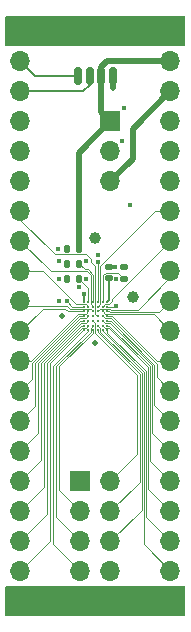
<source format=gbr>
%TF.GenerationSoftware,KiCad,Pcbnew,8.0.0*%
%TF.CreationDate,2024-03-15T22:25:50+11:00*%
%TF.ProjectId,PCAL6534EV-breakout,5043414c-3635-4333-9445-562d62726561,rev?*%
%TF.SameCoordinates,Original*%
%TF.FileFunction,Copper,L1,Top*%
%TF.FilePolarity,Positive*%
%FSLAX46Y46*%
G04 Gerber Fmt 4.6, Leading zero omitted, Abs format (unit mm)*
G04 Created by KiCad (PCBNEW 8.0.0) date 2024-03-15 22:25:50*
%MOMM*%
%LPD*%
G01*
G04 APERTURE LIST*
G04 Aperture macros list*
%AMRoundRect*
0 Rectangle with rounded corners*
0 $1 Rounding radius*
0 $2 $3 $4 $5 $6 $7 $8 $9 X,Y pos of 4 corners*
0 Add a 4 corners polygon primitive as box body*
4,1,4,$2,$3,$4,$5,$6,$7,$8,$9,$2,$3,0*
0 Add four circle primitives for the rounded corners*
1,1,$1+$1,$2,$3*
1,1,$1+$1,$4,$5*
1,1,$1+$1,$6,$7*
1,1,$1+$1,$8,$9*
0 Add four rect primitives between the rounded corners*
20,1,$1+$1,$2,$3,$4,$5,0*
20,1,$1+$1,$4,$5,$6,$7,0*
20,1,$1+$1,$6,$7,$8,$9,0*
20,1,$1+$1,$8,$9,$2,$3,0*%
G04 Aperture macros list end*
%TA.AperFunction,SMDPad,CuDef*%
%ADD10C,1.000000*%
%TD*%
%TA.AperFunction,SMDPad,CuDef*%
%ADD11C,0.500000*%
%TD*%
%TA.AperFunction,ComponentPad*%
%ADD12R,1.700000X1.700000*%
%TD*%
%TA.AperFunction,ComponentPad*%
%ADD13O,1.700000X1.700000*%
%TD*%
%TA.AperFunction,BGAPad,CuDef*%
%ADD14O,0.240000X0.180000*%
%TD*%
%TA.AperFunction,BGAPad,CuDef*%
%ADD15O,0.180000X0.240000*%
%TD*%
%TA.AperFunction,BGAPad,CuDef*%
%ADD16C,0.240000*%
%TD*%
%TA.AperFunction,SMDPad,CuDef*%
%ADD17RoundRect,0.135000X-0.135000X-0.185000X0.135000X-0.185000X0.135000X0.185000X-0.135000X0.185000X0*%
%TD*%
%TA.AperFunction,SMDPad,CuDef*%
%ADD18RoundRect,0.135000X0.185000X-0.135000X0.185000X0.135000X-0.185000X0.135000X-0.185000X-0.135000X0*%
%TD*%
%TA.AperFunction,SMDPad,CuDef*%
%ADD19RoundRect,0.140000X0.170000X-0.140000X0.170000X0.140000X-0.170000X0.140000X-0.170000X-0.140000X0*%
%TD*%
%TA.AperFunction,SMDPad,CuDef*%
%ADD20RoundRect,0.150000X0.150000X0.625000X-0.150000X0.625000X-0.150000X-0.625000X0.150000X-0.625000X0*%
%TD*%
%TA.AperFunction,SMDPad,CuDef*%
%ADD21RoundRect,0.250000X0.350000X0.650000X-0.350000X0.650000X-0.350000X-0.650000X0.350000X-0.650000X0*%
%TD*%
%TA.AperFunction,ViaPad*%
%ADD22C,0.450000*%
%TD*%
%TA.AperFunction,ViaPad*%
%ADD23C,0.800000*%
%TD*%
%TA.AperFunction,Conductor*%
%ADD24C,0.090000*%
%TD*%
%TA.AperFunction,Conductor*%
%ADD25C,0.150000*%
%TD*%
%TA.AperFunction,Conductor*%
%ADD26C,0.500000*%
%TD*%
%TA.AperFunction,Conductor*%
%ADD27C,0.300000*%
%TD*%
%TA.AperFunction,Conductor*%
%ADD28C,0.125000*%
%TD*%
G04 APERTURE END LIST*
D10*
%TO.P,FID4,*%
%TO.N,*%
X158175000Y-108829000D03*
%TD*%
%TO.P,FID3,*%
%TO.N,*%
X155000000Y-103876000D03*
%TD*%
D11*
%TO.P,FID1,*%
%TO.N,*%
X152206000Y-110480000D03*
%TD*%
%TO.P,FID2,*%
%TO.N,*%
X155000000Y-112766000D03*
%TD*%
D12*
%TO.P,J4,1,Pin_1*%
%TO.N,GND*%
X153725000Y-124450000D03*
D13*
%TO.P,J4,2,Pin_2*%
%TO.N,P2_0*%
X156265000Y-124450000D03*
%TO.P,J4,3,Pin_3*%
%TO.N,P1_6*%
X153725000Y-126990000D03*
%TO.P,J4,4,Pin_4*%
%TO.N,P2_2*%
X156265000Y-126990000D03*
%TO.P,J4,5,Pin_5*%
%TO.N,P1_7*%
X153725000Y-129530000D03*
%TO.P,J4,6,Pin_6*%
%TO.N,P2_1*%
X156265000Y-129530000D03*
%TO.P,J4,7,Pin_7*%
%TO.N,P1_4*%
X153725000Y-132070000D03*
%TO.P,J4,8,Pin_8*%
%TO.N,GND*%
X156265000Y-132070000D03*
%TD*%
D12*
%TO.P,J3,1,Pin_1*%
%TO.N,GND*%
X161350000Y-86350000D03*
D13*
%TO.P,J3,2,Pin_2*%
%TO.N,+3V3*%
X161350000Y-88890000D03*
%TO.P,J3,3,Pin_3*%
%TO.N,VIO*%
X161350000Y-91430000D03*
%TO.P,J3,4,Pin_4*%
%TO.N,GND*%
X161350000Y-93970000D03*
%TO.P,J3,5,Pin_5*%
%TO.N,/~{RESET}*%
X161350000Y-96510000D03*
%TO.P,J3,6,Pin_6*%
%TO.N,GND*%
X161350000Y-99050000D03*
%TO.P,J3,7,Pin_7*%
%TO.N,P4_1*%
X161350000Y-101590000D03*
%TO.P,J3,8,Pin_8*%
%TO.N,P4_0*%
X161350000Y-104130000D03*
%TO.P,J3,9,Pin_9*%
%TO.N,P3_7*%
X161350000Y-106670000D03*
%TO.P,J3,10,Pin_10*%
%TO.N,P3_6*%
X161350000Y-109210000D03*
%TO.P,J3,11,Pin_11*%
%TO.N,P3_5*%
X161350000Y-111750000D03*
%TO.P,J3,12,Pin_12*%
%TO.N,P3_3*%
X161350000Y-114290000D03*
%TO.P,J3,13,Pin_13*%
%TO.N,P3_2*%
X161350000Y-116830000D03*
%TO.P,J3,14,Pin_14*%
%TO.N,P3_0*%
X161350000Y-119370000D03*
%TO.P,J3,15,Pin_15*%
%TO.N,P2_7*%
X161350000Y-121910000D03*
%TO.P,J3,16,Pin_16*%
%TO.N,P2_5*%
X161350000Y-124450000D03*
%TO.P,J3,17,Pin_17*%
%TO.N,P2_6*%
X161350000Y-126990000D03*
%TO.P,J3,18,Pin_18*%
%TO.N,P2_4*%
X161350000Y-129530000D03*
%TO.P,J3,19,Pin_19*%
%TO.N,P2_3*%
X161350000Y-132070000D03*
%TO.P,J3,20,Pin_20*%
%TO.N,GND*%
X161350000Y-134610000D03*
%TD*%
D12*
%TO.P,J2,1,Pin_1*%
%TO.N,GND*%
X148650000Y-86350000D03*
D13*
%TO.P,J2,2,Pin_2*%
%TO.N,/SCL*%
X148650000Y-88890000D03*
%TO.P,J2,3,Pin_3*%
%TO.N,/SDA*%
X148650000Y-91430000D03*
%TO.P,J2,4,Pin_4*%
%TO.N,GND*%
X148650000Y-93970000D03*
%TO.P,J2,5,Pin_5*%
%TO.N,/~{INT}*%
X148650000Y-96510000D03*
%TO.P,J2,6,Pin_6*%
%TO.N,GND*%
X148650000Y-99050000D03*
%TO.P,J2,7,Pin_7*%
%TO.N,P3_4*%
X148650000Y-101590000D03*
%TO.P,J2,8,Pin_8*%
%TO.N,P0_2*%
X148650000Y-104130000D03*
%TO.P,J2,9,Pin_9*%
%TO.N,P0_1*%
X148650000Y-106670000D03*
%TO.P,J2,10,Pin_10*%
%TO.N,P0_5*%
X148650000Y-109210000D03*
%TO.P,J2,11,Pin_11*%
%TO.N,P0_0*%
X148650000Y-111750000D03*
%TO.P,J2,12,Pin_12*%
%TO.N,P0_4*%
X148650000Y-114290000D03*
%TO.P,J2,13,Pin_13*%
%TO.N,P0_3*%
X148650000Y-116830000D03*
%TO.P,J2,14,Pin_14*%
%TO.N,P0_7*%
X148650000Y-119370000D03*
%TO.P,J2,15,Pin_15*%
%TO.N,P0_6*%
X148650000Y-121910000D03*
%TO.P,J2,16,Pin_16*%
%TO.N,P1_2*%
X148650000Y-124450000D03*
%TO.P,J2,17,Pin_17*%
%TO.N,P1_1*%
X148650000Y-126990000D03*
%TO.P,J2,18,Pin_18*%
%TO.N,P1_5*%
X148650000Y-129530000D03*
%TO.P,J2,19,Pin_19*%
%TO.N,P1_3*%
X148650000Y-132070000D03*
%TO.P,J2,20,Pin_20*%
%TO.N,GND*%
X148650000Y-134610000D03*
%TD*%
D14*
%TO.P,U1,A1,V_{DD(I2C-bus)}*%
%TO.N,+3V3*%
X154000000Y-109280000D03*
D15*
%TO.P,U1,A2,SDA*%
%TO.N,/SDA*%
X154400000Y-109280000D03*
%TO.P,U1,A3,SCL*%
%TO.N,/SCL*%
X154800000Y-109280000D03*
%TO.P,U1,A4,ADDR*%
%TO.N,/ADDR*%
X155200000Y-109280000D03*
%TO.P,U1,A5,~{RESET}*%
%TO.N,/~{RESET}*%
X155600000Y-109280000D03*
D14*
%TO.P,U1,A6,V_{DD(P)}*%
%TO.N,/V_{DD(P)}*%
X156000000Y-109280000D03*
%TO.P,U1,B1,~{INT}*%
%TO.N,/~{INT}*%
X154000000Y-109680000D03*
%TO.P,U1,B2,P0_1*%
%TO.N,P0_1*%
X154400000Y-109680000D03*
D15*
%TO.P,U1,B3,P0_2*%
%TO.N,P0_2*%
X154800000Y-109680000D03*
%TO.P,U1,B4,P4_1*%
%TO.N,P4_1*%
X155200000Y-109680000D03*
D14*
%TO.P,U1,B5,P4_0*%
%TO.N,P4_0*%
X155600000Y-109680000D03*
%TO.P,U1,B6,V_{SS}*%
%TO.N,GND*%
X156000000Y-109680000D03*
%TO.P,U1,C1,P0_0*%
%TO.N,P0_0*%
X154000000Y-110080000D03*
%TO.P,U1,C2,P0_4*%
%TO.N,P0_4*%
X154400000Y-110080000D03*
D15*
%TO.P,U1,C3,P0_5*%
%TO.N,P0_5*%
X154800000Y-110080000D03*
%TO.P,U1,C4,P3_7*%
%TO.N,P3_7*%
X155200000Y-110080000D03*
D14*
%TO.P,U1,C5,P3_5*%
%TO.N,P3_5*%
X155600000Y-110080000D03*
%TO.P,U1,C6,P3_6*%
%TO.N,P3_6*%
X156000000Y-110080000D03*
%TO.P,U1,D1,P0_3*%
%TO.N,P0_3*%
X154000000Y-110480000D03*
D16*
%TO.P,U1,D2,P0_7*%
%TO.N,P0_7*%
X154400000Y-110480000D03*
%TO.P,U1,D3,P1_0*%
%TO.N,unconnected-(U1-P1_0-PadD3)*%
X154800000Y-110480000D03*
%TO.P,U1,D4,P3_4*%
%TO.N,P3_4*%
X155200000Y-110480000D03*
%TO.P,U1,D5,P3_2*%
%TO.N,P3_2*%
X155600000Y-110480000D03*
D14*
%TO.P,U1,D6,P3_3*%
%TO.N,P3_3*%
X156000000Y-110480000D03*
%TO.P,U1,E1,P0_6*%
%TO.N,P0_6*%
X154000000Y-110880000D03*
D16*
%TO.P,U1,E2,P1_2*%
%TO.N,P1_2*%
X154400000Y-110880000D03*
%TO.P,U1,E3,P2_0*%
%TO.N,P2_0*%
X154800000Y-110880000D03*
%TO.P,U1,E4,P3_1*%
%TO.N,unconnected-(U1-P3_1-PadE4)*%
X155200000Y-110880000D03*
%TO.P,U1,E5,P2_7*%
%TO.N,P2_7*%
X155600000Y-110880000D03*
D14*
%TO.P,U1,E6,P3_0*%
%TO.N,P3_0*%
X156000000Y-110880000D03*
%TO.P,U1,F1,P1_1*%
%TO.N,P1_1*%
X154000000Y-111280000D03*
D16*
%TO.P,U1,F2,P1_5*%
%TO.N,P1_5*%
X154400000Y-111280000D03*
D15*
%TO.P,U1,F3,P1_7*%
%TO.N,P1_7*%
X154800000Y-111280000D03*
%TO.P,U1,F4,P2_1*%
%TO.N,P2_1*%
X155200000Y-111280000D03*
D16*
%TO.P,U1,F5,P2_6*%
%TO.N,P2_6*%
X155600000Y-111280000D03*
D14*
%TO.P,U1,F6,P2_5*%
%TO.N,P2_5*%
X156000000Y-111280000D03*
%TO.P,U1,G1,P1_3*%
%TO.N,P1_3*%
X154000000Y-111680000D03*
D15*
%TO.P,U1,G2,P1_4*%
%TO.N,P1_4*%
X154400000Y-111680000D03*
%TO.P,U1,G3,P1_6*%
%TO.N,P1_6*%
X154800000Y-111680000D03*
%TO.P,U1,G4,P2_2*%
%TO.N,P2_2*%
X155200000Y-111680000D03*
%TO.P,U1,G5,P2_3*%
%TO.N,P2_3*%
X155600000Y-111680000D03*
D14*
%TO.P,U1,G6,P2_4*%
%TO.N,P2_4*%
X156000000Y-111680000D03*
%TD*%
D17*
%TO.P,R4,1*%
%TO.N,/~{INT}*%
X152585000Y-104765000D03*
%TO.P,R4,2*%
%TO.N,+3V3*%
X153605000Y-104765000D03*
%TD*%
D18*
%TO.P,R3,1*%
%TO.N,/~{RESET}*%
X157413000Y-107305000D03*
%TO.P,R3,2*%
%TO.N,+3V3*%
X157413000Y-106285000D03*
%TD*%
D19*
%TO.P,C1,1*%
%TO.N,/V_{DD(P)}*%
X156143000Y-107277000D03*
%TO.P,C1,2*%
%TO.N,GND*%
X156143000Y-106317000D03*
%TD*%
D17*
%TO.P,R2,2*%
%TO.N,/SDA*%
X153605000Y-107305000D03*
%TO.P,R2,1*%
%TO.N,Net-(JP4-A)*%
X152585000Y-107305000D03*
%TD*%
%TO.P,R1,2*%
%TO.N,/SCL*%
X153605000Y-106035000D03*
%TO.P,R1,1*%
%TO.N,Net-(JP4-A)*%
X152585000Y-106035000D03*
%TD*%
D12*
%TO.P,JP1,1,A*%
%TO.N,+3V3*%
X156270000Y-93985000D03*
D13*
%TO.P,JP1,2,C*%
%TO.N,/V_{DD(P)}*%
X156270000Y-96525000D03*
%TO.P,JP1,3,B*%
%TO.N,VIO*%
X156270000Y-99065000D03*
%TD*%
D20*
%TO.P,J1,1,Pin_1*%
%TO.N,GND*%
X156500000Y-90128000D03*
%TO.P,J1,2,Pin_2*%
%TO.N,+3V3*%
X155500000Y-90128000D03*
%TO.P,J1,3,Pin_3*%
%TO.N,/SDA*%
X154500000Y-90128000D03*
%TO.P,J1,4,Pin_4*%
%TO.N,/SCL*%
X153500000Y-90128000D03*
D21*
%TO.P,J1,MP*%
%TO.N,GND*%
X157800000Y-86253000D03*
X152200000Y-86253000D03*
%TD*%
D22*
%TO.N,GND*%
X156777996Y-109605002D03*
D23*
X152460000Y-133975000D03*
X153095000Y-134610000D03*
X153730000Y-133975000D03*
X154365000Y-134610000D03*
D22*
%TO.N,/SDA*%
X153603000Y-107305000D03*
%TO.N,GND*%
X157921002Y-101052000D03*
X157286000Y-95621000D03*
X157413000Y-92827000D03*
X153603000Y-108035000D03*
X151952000Y-109231000D03*
X151825000Y-104765000D03*
X155206978Y-105330000D03*
%TO.N,/ADDR*%
X155200000Y-105908000D03*
%TO.N,GND*%
X156641962Y-106316994D03*
%TO.N,/~{INT}*%
X152587231Y-109231000D03*
X152481000Y-104765000D03*
%TO.N,+3V3*%
X153607000Y-104765000D03*
X157413000Y-106289000D03*
%TO.N,/~{RESET}*%
X157413000Y-107305000D03*
%TO.N,GND*%
X156778000Y-107305000D03*
%TO.N,/V_{DD(P)}*%
X156143000Y-107305000D03*
%TO.N,GND*%
X154185414Y-105783148D03*
X154190000Y-107305000D03*
X151952000Y-107305000D03*
X151952000Y-105781000D03*
%TO.N,/SCL*%
X153602998Y-106035000D03*
%TO.N,Net-(JP4-A)*%
X152587000Y-107305000D03*
X152585883Y-106036117D03*
%TO.N,+3V3*%
X154000000Y-108600000D03*
%TO.N,GND*%
X156500030Y-91152030D03*
D23*
X157540000Y-133975000D03*
X156905000Y-134610000D03*
X156270000Y-133975000D03*
X155635000Y-134610000D03*
X155000000Y-133848000D03*
%TD*%
D24*
%TO.N,P3_3*%
X156422000Y-110505000D02*
X160207000Y-114290000D01*
X156025000Y-110505000D02*
X156422000Y-110505000D01*
X156000000Y-110480000D02*
X156025000Y-110505000D01*
X160207000Y-114290000D02*
X161350000Y-114290000D01*
%TO.N,P3_2*%
X156348000Y-110685000D02*
X160175999Y-114512999D01*
X155805000Y-110685000D02*
X156348000Y-110685000D01*
%TO.N,P2_5*%
X159636000Y-122736000D02*
X161350000Y-124450000D01*
%TO.N,P3_2*%
X155600000Y-110480000D02*
X155805000Y-110685000D01*
%TO.N,P2_5*%
X159636000Y-114736674D02*
X159636000Y-122736000D01*
X156179326Y-111280000D02*
X159636000Y-114736674D01*
%TO.N,P3_2*%
X160175999Y-115655999D02*
X161350000Y-116830000D01*
%TO.N,P2_5*%
X156000000Y-111280000D02*
X156179326Y-111280000D01*
%TO.N,P2_7*%
X159816000Y-120376000D02*
X161350000Y-121910000D01*
X159816000Y-114662116D02*
X159816000Y-120376000D01*
X156233884Y-111080000D02*
X159816000Y-114662116D01*
X155800000Y-111080000D02*
X156233884Y-111080000D01*
%TO.N,P3_0*%
X159996000Y-118016000D02*
X161350000Y-119370000D01*
%TO.N,P3_2*%
X160175999Y-114512999D02*
X160175999Y-115655999D01*
%TO.N,P3_0*%
X156288442Y-110880000D02*
X159996000Y-114587558D01*
%TO.N,P2_7*%
X155600000Y-110880000D02*
X155800000Y-111080000D01*
%TO.N,P3_0*%
X156000000Y-110880000D02*
X156288442Y-110880000D01*
X159996000Y-114587558D02*
X159996000Y-118016000D01*
%TO.N,P2_6*%
X159456000Y-114810674D02*
X159456000Y-125096000D01*
X156125330Y-111480004D02*
X159456000Y-114810674D01*
X155800004Y-111480004D02*
X156125330Y-111480004D01*
X155600000Y-111280000D02*
X155800004Y-111480004D01*
X159456000Y-125096000D02*
X161350000Y-126990000D01*
%TO.N,P2_0*%
X158556000Y-115450888D02*
X158556000Y-122159000D01*
X155005000Y-111899888D02*
X158556000Y-115450888D01*
X158556000Y-122159000D02*
X156265000Y-124450000D01*
X154800000Y-110880000D02*
X155005000Y-111085000D01*
X155005000Y-111085000D02*
X155005000Y-111899888D01*
%TO.N,P2_4*%
X159275996Y-127455996D02*
X161350000Y-129530000D01*
X159276000Y-115152656D02*
X159275996Y-127455996D01*
X156000000Y-111876656D02*
X159276000Y-115152656D01*
X156000000Y-111680000D02*
X156000000Y-111876656D01*
%TO.N,P2_3*%
X159095997Y-129815997D02*
X161350000Y-132070000D01*
X159096000Y-115227214D02*
X159095997Y-129815997D01*
X155600000Y-111731214D02*
X159096000Y-115227214D01*
%TO.N,P2_1*%
X158916000Y-126879000D02*
X156265000Y-129530000D01*
X155405000Y-111485000D02*
X155405000Y-111790772D01*
%TO.N,P2_2*%
X158735999Y-124519001D02*
X156265000Y-126990000D01*
X158736000Y-115376330D02*
X158735999Y-124519001D01*
%TO.N,P2_1*%
X158916000Y-115301772D02*
X158916000Y-126879000D01*
%TO.N,P2_2*%
X155200000Y-111840330D02*
X158736000Y-115376330D01*
X155200000Y-111680000D02*
X155200000Y-111840330D01*
%TO.N,P2_1*%
X155200000Y-111280000D02*
X155405000Y-111485000D01*
%TO.N,P2_3*%
X155600000Y-111680000D02*
X155600000Y-111731214D01*
%TO.N,P2_1*%
X155405000Y-111790772D02*
X158916000Y-115301772D01*
%TO.N,P0_0*%
X150555000Y-109845000D02*
X148650000Y-111750000D01*
X152460000Y-109845000D02*
X150555000Y-109845000D01*
X154000000Y-110080000D02*
X152695000Y-110080000D01*
X152695000Y-110080000D02*
X152460000Y-109845000D01*
%TO.N,P0_5*%
X149031000Y-109591000D02*
X148650000Y-109210000D01*
X152586440Y-109591000D02*
X149031000Y-109591000D01*
X152870440Y-109875000D02*
X152586440Y-109591000D01*
%TO.N,/~{INT}*%
X153036231Y-109680000D02*
X152587231Y-109231000D01*
%TO.N,P0_5*%
X154800000Y-110080000D02*
X154595000Y-109875000D01*
%TO.N,/~{INT}*%
X154000000Y-109680000D02*
X153036231Y-109680000D01*
%TO.N,P0_5*%
X154595000Y-109875000D02*
X152870440Y-109875000D01*
D25*
%TO.N,/V_{DD(P)}*%
X156010000Y-109270000D02*
X156000000Y-109270000D01*
X156143000Y-109137000D02*
X156010000Y-109270000D01*
X156143000Y-107305000D02*
X156143000Y-109137000D01*
D24*
%TO.N,P1_4*%
X151444000Y-114671000D02*
X151444000Y-129789000D01*
X151444000Y-129789000D02*
X153725000Y-132070000D01*
X154400000Y-111715000D02*
X151444000Y-114671000D01*
X154400000Y-111680000D02*
X154400000Y-111715000D01*
%TO.N,P1_7*%
X151698000Y-127503000D02*
X153725000Y-129530000D01*
X151698000Y-114703221D02*
X151698000Y-127503000D01*
X154600000Y-111801221D02*
X151698000Y-114703221D01*
X154600000Y-111480000D02*
X154600000Y-111801221D01*
X154800000Y-111280000D02*
X154600000Y-111480000D01*
%TO.N,P1_6*%
X151952000Y-125217000D02*
X153725000Y-126990000D01*
X154800000Y-111680000D02*
X154800000Y-111888000D01*
X154800000Y-111888000D02*
X151952000Y-114736000D01*
X151952000Y-114736000D02*
X151952000Y-125217000D01*
%TO.N,P0_4*%
X154400000Y-110080000D02*
X154200000Y-110280000D01*
X154200000Y-110280000D02*
X153549000Y-110280000D01*
X153549000Y-110280000D02*
X149539000Y-114290000D01*
X149539000Y-114290000D02*
X148650000Y-114290000D01*
D26*
%TO.N,+3V3*%
X153607000Y-96648000D02*
X153607000Y-104765000D01*
X156270000Y-93985000D02*
X153607000Y-96648000D01*
D24*
%TO.N,P4_0*%
X156418000Y-109062000D02*
X161350000Y-104130000D01*
X156159635Y-109480000D02*
X156418000Y-109221635D01*
X155800000Y-109480000D02*
X156159635Y-109480000D01*
X155600000Y-109680000D02*
X155800000Y-109480000D01*
X156418000Y-109221635D02*
X156418000Y-109062000D01*
%TO.N,P3_7*%
X161350000Y-107178000D02*
X161350000Y-106670000D01*
X156299881Y-109965002D02*
X158562998Y-109965002D01*
X156212379Y-109877500D02*
X156299881Y-109965002D01*
X155402500Y-109877500D02*
X156212379Y-109877500D01*
X155200000Y-110080000D02*
X155402500Y-109877500D01*
X158562998Y-109965002D02*
X161350000Y-107178000D01*
D27*
%TO.N,GND*%
X156641956Y-106317000D02*
X156641962Y-106316994D01*
X156143000Y-106317000D02*
X156641956Y-106317000D01*
D24*
%TO.N,P3_4*%
X148650000Y-102353117D02*
X148650000Y-101590000D01*
X151548883Y-105252000D02*
X148650000Y-102353117D01*
X154218117Y-105252000D02*
X151548883Y-105252000D01*
X155200000Y-110480000D02*
X155000000Y-110280000D01*
X154598000Y-105876940D02*
X154598000Y-105631883D01*
X155000000Y-106278940D02*
X154598000Y-105876940D01*
X154598000Y-105631883D02*
X154218117Y-105252000D01*
X155000000Y-110280000D02*
X155000000Y-106278940D01*
%TO.N,P4_1*%
X155400000Y-106270000D02*
X160080000Y-101590000D01*
X155400000Y-109480000D02*
X155400000Y-106270000D01*
X160080000Y-101590000D02*
X161350000Y-101590000D01*
X155200000Y-109680000D02*
X155400000Y-109480000D01*
%TO.N,/ADDR*%
X155200000Y-109280000D02*
X155200000Y-105908000D01*
%TO.N,P0_1*%
X153370000Y-109485000D02*
X150555000Y-106670000D01*
X150555000Y-106670000D02*
X148650000Y-106670000D01*
X154205000Y-109485000D02*
X153370000Y-109485000D01*
X154400000Y-109680000D02*
X154205000Y-109485000D01*
%TO.N,/SCL*%
X154333000Y-106511000D02*
X154078998Y-106511000D01*
X154078998Y-106511000D02*
X153602998Y-106035000D01*
X154800000Y-106978000D02*
X154333000Y-106511000D01*
X154800000Y-109280000D02*
X154800000Y-106978000D01*
%TO.N,P0_2*%
X151211000Y-106691000D02*
X148650000Y-104130000D01*
X154259000Y-106691000D02*
X151211000Y-106691000D01*
X154598000Y-107030000D02*
X154259000Y-106691000D01*
X154598000Y-109478000D02*
X154598000Y-107030000D01*
X154800000Y-109680000D02*
X154598000Y-109478000D01*
%TO.N,/~{RESET}*%
X155624998Y-107027108D02*
X155624998Y-109255002D01*
X155855106Y-106797000D02*
X155624998Y-107027108D01*
X156905000Y-106797000D02*
X155855106Y-106797000D01*
X157413000Y-107305000D02*
X156905000Y-106797000D01*
X155624998Y-109255002D02*
X155600000Y-109280000D01*
D28*
%TO.N,GND*%
X156702998Y-109680000D02*
X156777996Y-109605002D01*
X156000000Y-109680000D02*
X156702998Y-109680000D01*
D24*
%TO.N,P3_5*%
X156150764Y-110325001D02*
X159925001Y-110325001D01*
X156105763Y-110280000D02*
X156150764Y-110325001D01*
X155800000Y-110280000D02*
X156105763Y-110280000D01*
X159925001Y-110325001D02*
X161350000Y-111750000D01*
X155600000Y-110080000D02*
X155800000Y-110280000D01*
%TO.N,P3_6*%
X160414998Y-110145002D02*
X161350000Y-109210000D01*
X156225323Y-110145002D02*
X160414998Y-110145002D01*
X156000000Y-110080000D02*
X156160321Y-110080000D01*
X156160321Y-110080000D02*
X156225323Y-110145002D01*
%TO.N,/SDA*%
X154400000Y-109280000D02*
X154400000Y-108102000D01*
X154400000Y-108102000D02*
X153603000Y-107305000D01*
D25*
%TO.N,/SCL*%
X149888000Y-90128000D02*
X153500000Y-90128000D01*
X148650000Y-88890000D02*
X149888000Y-90128000D01*
D26*
%TO.N,VIO*%
X158175000Y-94605000D02*
X161350000Y-91430000D01*
X158175000Y-97160000D02*
X158175000Y-94605000D01*
X156270000Y-99065000D02*
X158175000Y-97160000D01*
D24*
%TO.N,/~{RESET}*%
X157394000Y-107235000D02*
X157413000Y-107305000D01*
%TO.N,P0_3*%
X149666000Y-114417000D02*
X149666000Y-115814000D01*
X153603000Y-110480000D02*
X149666000Y-114417000D01*
X149666000Y-115814000D02*
X148650000Y-116830000D01*
X154000000Y-110480000D02*
X153603000Y-110480000D01*
%TO.N,P0_7*%
X149920000Y-114417000D02*
X149920000Y-118100000D01*
X149920000Y-118100000D02*
X148650000Y-119370000D01*
X153655999Y-110681001D02*
X149920000Y-114417000D01*
X154198999Y-110681001D02*
X153655999Y-110681001D01*
X154400000Y-110480000D02*
X154198999Y-110681001D01*
%TO.N,P0_6*%
X150174000Y-120386000D02*
X148650000Y-121910000D01*
X153711000Y-110880000D02*
X150174000Y-114417000D01*
X150174000Y-114417000D02*
X150174000Y-120386000D01*
X154000000Y-110880000D02*
X153711000Y-110880000D01*
%TO.N,P1_2*%
X150428000Y-114417000D02*
X150428000Y-122672000D01*
X153765000Y-111080000D02*
X150428000Y-114417000D01*
X154200000Y-111080000D02*
X153765000Y-111080000D01*
X154400000Y-110880000D02*
X154200000Y-111080000D01*
X150428000Y-122672000D02*
X148650000Y-124450000D01*
%TO.N,P1_1*%
X150682000Y-124958000D02*
X148650000Y-126990000D01*
X150682000Y-114417000D02*
X150682000Y-124958000D01*
X154000000Y-111280000D02*
X153819000Y-111280000D01*
X153819000Y-111280000D02*
X150682000Y-114417000D01*
%TO.N,P1_5*%
X150936000Y-127244000D02*
X148650000Y-129530000D01*
X150936000Y-114417000D02*
X150936000Y-127244000D01*
X154205000Y-111475000D02*
X153878000Y-111475000D01*
X153878000Y-111475000D02*
X150936000Y-114417000D01*
X154400000Y-111280000D02*
X154205000Y-111475000D01*
%TO.N,P1_3*%
X151190000Y-129530000D02*
X148650000Y-132070000D01*
X151190000Y-114460000D02*
X151190000Y-129530000D01*
X153970000Y-111680000D02*
X151190000Y-114460000D01*
X154000000Y-111680000D02*
X153970000Y-111680000D01*
D25*
%TO.N,+3V3*%
X154000000Y-108600000D02*
X154000000Y-109275000D01*
D26*
X155500000Y-93215000D02*
X156270000Y-93985000D01*
X155500000Y-90128000D02*
X155500000Y-93215000D01*
X155500000Y-89353001D02*
X155500000Y-90128000D01*
X155963001Y-88890000D02*
X155500000Y-89353001D01*
X161350000Y-88890000D02*
X155963001Y-88890000D01*
%TO.N,GND*%
X156500000Y-91152000D02*
X156500030Y-91152030D01*
X156500000Y-90128000D02*
X156500000Y-91152000D01*
D25*
%TO.N,/SDA*%
X153972999Y-91430000D02*
X148650000Y-91430000D01*
X154500000Y-90902999D02*
X153972999Y-91430000D01*
X154500000Y-90128000D02*
X154500000Y-90902999D01*
%TD*%
%TA.AperFunction,Conductor*%
%TO.N,GND*%
G36*
X162607113Y-85092887D02*
G01*
X162620000Y-85124000D01*
X162620000Y-87576000D01*
X162607113Y-87607113D01*
X162576000Y-87620000D01*
X147424000Y-87620000D01*
X147392887Y-87607113D01*
X147380000Y-87576000D01*
X147380000Y-85124000D01*
X147392887Y-85092887D01*
X147424000Y-85080000D01*
X162576000Y-85080000D01*
X162607113Y-85092887D01*
G37*
%TD.AperFunction*%
%TD*%
%TA.AperFunction,Conductor*%
%TO.N,GND*%
G36*
X162607113Y-133352887D02*
G01*
X162620000Y-133384000D01*
X162620000Y-135836000D01*
X162607113Y-135867113D01*
X162576000Y-135880000D01*
X147424000Y-135880000D01*
X147392887Y-135867113D01*
X147380000Y-135836000D01*
X147380000Y-133384000D01*
X147392887Y-133352887D01*
X147424000Y-133340000D01*
X162576000Y-133340000D01*
X162607113Y-133352887D01*
G37*
%TD.AperFunction*%
%TD*%
M02*

</source>
